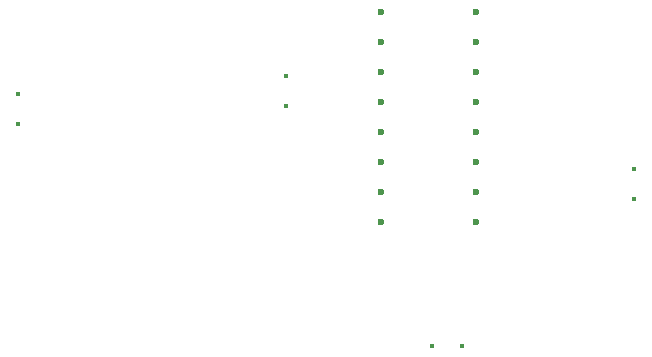
<source format=gbr>
%TF.GenerationSoftware,Altium Limited,Altium Designer,24.3.1 (35)*%
G04 Layer_Color=0*
%FSLAX45Y45*%
%MOMM*%
%TF.SameCoordinates,C12ACCCC-6258-4ABC-958C-20978443E832*%
%TF.FilePolarity,Positive*%
%TF.FileFunction,Plated,1,2,PTH,Drill*%
%TF.Part,Single*%
G01*
G75*
%TA.AperFunction,ComponentDrill*%
%ADD27C,0.40000*%
%ADD28C,0.60000*%
%ADD29C,0.40000*%
D27*
X8280400Y7696200D02*
D03*
Y7950200D02*
D03*
X11226800Y6908800D02*
D03*
Y7162800D02*
D03*
X6007100Y7543800D02*
D03*
Y7797800D02*
D03*
D28*
X9080500Y8496300D02*
D03*
Y8242300D02*
D03*
Y7988300D02*
D03*
Y7734300D02*
D03*
Y7480300D02*
D03*
Y7226300D02*
D03*
Y6972300D02*
D03*
Y6718300D02*
D03*
X9884298Y8242300D02*
D03*
Y7988300D02*
D03*
Y7734300D02*
D03*
Y7480300D02*
D03*
Y7226300D02*
D03*
Y6972300D02*
D03*
Y6718300D02*
D03*
Y8496300D02*
D03*
D29*
X9512300Y5664200D02*
D03*
X9766300D02*
D03*
%TF.MD5,db95aa1871c6edb176121d19facf2e46*%
M02*

</source>
